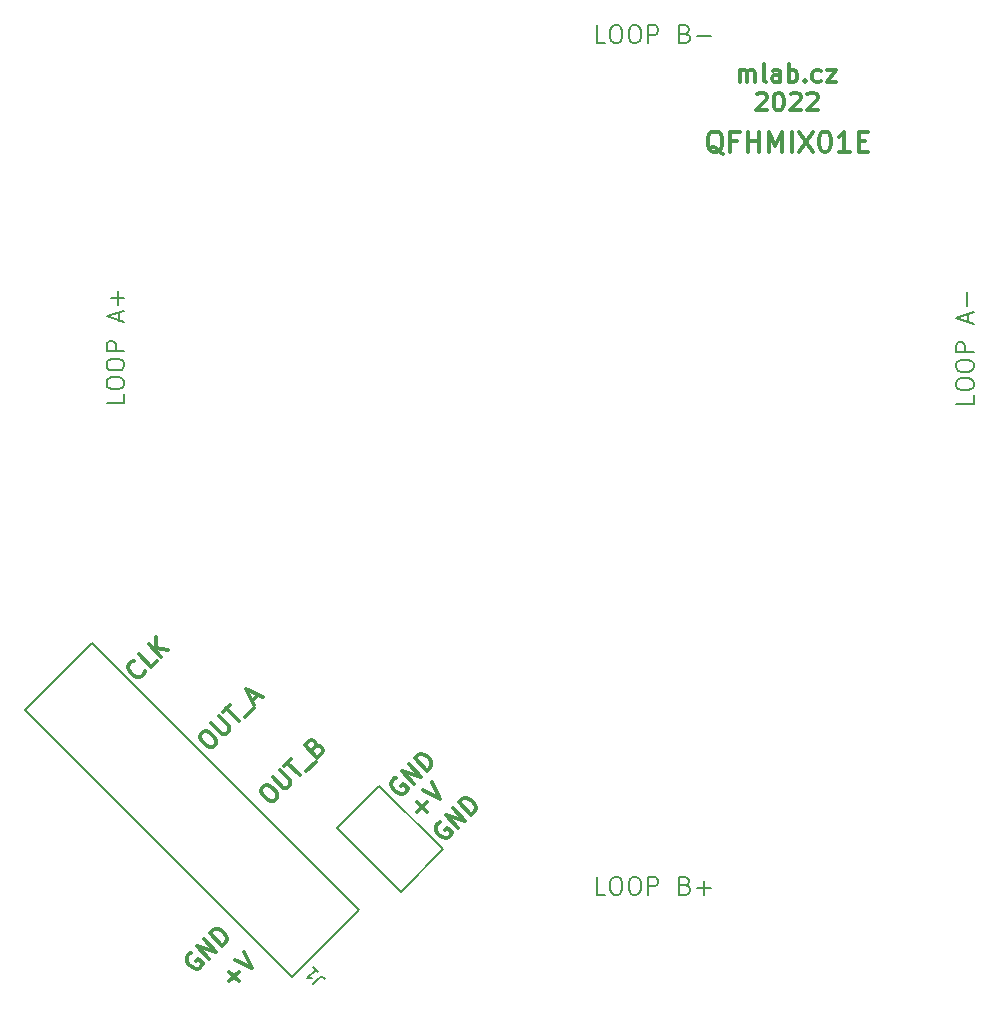
<source format=gbr>
%TF.GenerationSoftware,KiCad,Pcbnew,6.0.10+dfsg-1~bpo11+1*%
%TF.CreationDate,2023-02-14T13:36:45+00:00*%
%TF.ProjectId,QFHMIX01E,5146484d-4958-4303-9145-2e6b69636164,rev?*%
%TF.SameCoordinates,Original*%
%TF.FileFunction,Legend,Top*%
%TF.FilePolarity,Positive*%
%FSLAX46Y46*%
G04 Gerber Fmt 4.6, Leading zero omitted, Abs format (unit mm)*
G04 Created by KiCad (PCBNEW 6.0.10+dfsg-1~bpo11+1) date 2023-02-14 13:36:45*
%MOMM*%
%LPD*%
G01*
G04 APERTURE LIST*
%ADD10C,0.300000*%
%ADD11C,0.200000*%
%ADD12C,0.150000*%
G04 APERTURE END LIST*
D10*
X139602931Y-119653991D02*
X140411053Y-118845869D01*
X140411053Y-119653991D02*
X139602931Y-118845869D01*
X140108008Y-117835716D02*
X141522221Y-118542823D01*
X140815114Y-117128609D01*
X141536547Y-120521391D02*
X141385024Y-120571899D01*
X141233502Y-120723422D01*
X141132486Y-120925452D01*
X141132486Y-121127483D01*
X141182994Y-121279006D01*
X141334517Y-121531544D01*
X141486040Y-121683067D01*
X141738578Y-121834590D01*
X141890101Y-121885097D01*
X142092131Y-121885097D01*
X142294162Y-121784082D01*
X142395177Y-121683067D01*
X142496192Y-121481036D01*
X142496192Y-121380021D01*
X142142639Y-121026468D01*
X141940608Y-121228498D01*
X143051776Y-121026468D02*
X141991116Y-119965808D01*
X143657868Y-120420376D01*
X142597208Y-119359716D01*
X144162944Y-119915300D02*
X143102284Y-118854640D01*
X143354822Y-118602102D01*
X143556852Y-118501086D01*
X143758883Y-118501086D01*
X143910406Y-118551594D01*
X144162944Y-118703117D01*
X144314467Y-118854640D01*
X144465990Y-119107178D01*
X144516497Y-119258701D01*
X144516497Y-119460731D01*
X144415482Y-119662762D01*
X144162944Y-119915300D01*
X120454547Y-131595791D02*
X120303024Y-131646299D01*
X120151502Y-131797822D01*
X120050486Y-131999852D01*
X120050486Y-132201883D01*
X120100994Y-132353406D01*
X120252517Y-132605944D01*
X120404040Y-132757467D01*
X120656578Y-132908990D01*
X120808101Y-132959497D01*
X121010131Y-132959497D01*
X121212162Y-132858482D01*
X121313177Y-132757467D01*
X121414192Y-132555436D01*
X121414192Y-132454421D01*
X121060639Y-132100868D01*
X120858608Y-132302898D01*
X121969776Y-132100868D02*
X120909116Y-131040208D01*
X122575868Y-131494776D01*
X121515208Y-130434116D01*
X123080944Y-130989700D02*
X122020284Y-129929040D01*
X122272822Y-129676502D01*
X122474852Y-129575486D01*
X122676883Y-129575486D01*
X122828406Y-129625994D01*
X123080944Y-129777517D01*
X123232467Y-129929040D01*
X123383990Y-130181578D01*
X123434497Y-130333101D01*
X123434497Y-130535131D01*
X123333482Y-130737162D01*
X123080944Y-130989700D01*
X123677131Y-134030391D02*
X124485253Y-133222269D01*
X124485253Y-134030391D02*
X123677131Y-133222269D01*
X124182208Y-132212116D02*
X125596421Y-132919223D01*
X124889314Y-131505009D01*
X116497461Y-107760152D02*
X116497461Y-107861167D01*
X116396446Y-108063198D01*
X116295431Y-108164213D01*
X116093400Y-108265228D01*
X115891370Y-108265228D01*
X115739847Y-108214721D01*
X115487309Y-108063198D01*
X115335786Y-107911675D01*
X115184263Y-107659137D01*
X115133755Y-107507614D01*
X115133755Y-107305583D01*
X115234771Y-107103553D01*
X115335786Y-107002538D01*
X115537816Y-106901522D01*
X115638832Y-106901522D01*
X117558122Y-106901522D02*
X117053045Y-107406599D01*
X115992385Y-106345938D01*
X117911675Y-106547969D02*
X116851015Y-105487309D01*
X118517766Y-105941877D02*
X117457106Y-105790355D01*
X117457106Y-104881217D02*
X117457106Y-106093400D01*
X126424111Y-117664213D02*
X126626141Y-117462183D01*
X126777664Y-117411675D01*
X126979694Y-117411675D01*
X127232233Y-117563198D01*
X127585786Y-117916751D01*
X127737309Y-118169289D01*
X127737309Y-118371320D01*
X127686801Y-118522843D01*
X127484771Y-118724873D01*
X127333248Y-118775381D01*
X127131217Y-118775381D01*
X126878679Y-118623858D01*
X126525126Y-118270305D01*
X126373603Y-118017766D01*
X126373603Y-117815736D01*
X126424111Y-117664213D01*
X127333248Y-116755076D02*
X128191877Y-117613705D01*
X128343400Y-117664213D01*
X128444416Y-117664213D01*
X128595938Y-117613705D01*
X128797969Y-117411675D01*
X128848477Y-117260152D01*
X128848477Y-117159137D01*
X128797969Y-117007614D01*
X127939339Y-116148984D01*
X128292893Y-115795431D02*
X128898984Y-115189339D01*
X129656599Y-116553045D02*
X128595938Y-115492385D01*
X130161675Y-116250000D02*
X130969797Y-115441877D01*
X130919289Y-114179187D02*
X131121320Y-114078172D01*
X131222335Y-114078172D01*
X131373858Y-114128679D01*
X131525381Y-114280202D01*
X131575888Y-114431725D01*
X131575888Y-114532740D01*
X131525381Y-114684263D01*
X131121320Y-115088324D01*
X130060660Y-114027664D01*
X130414213Y-113674111D01*
X130565736Y-113623603D01*
X130666751Y-113623603D01*
X130818274Y-113674111D01*
X130919289Y-113775126D01*
X130969797Y-113926649D01*
X130969797Y-114027664D01*
X130919289Y-114179187D01*
X130565736Y-114532740D01*
X165454761Y-63930952D02*
X165292857Y-63850000D01*
X165130952Y-63688095D01*
X164888095Y-63445238D01*
X164726190Y-63364285D01*
X164564285Y-63364285D01*
X164645238Y-63769047D02*
X164483333Y-63688095D01*
X164321428Y-63526190D01*
X164240476Y-63202380D01*
X164240476Y-62635714D01*
X164321428Y-62311904D01*
X164483333Y-62150000D01*
X164645238Y-62069047D01*
X164969047Y-62069047D01*
X165130952Y-62150000D01*
X165292857Y-62311904D01*
X165373809Y-62635714D01*
X165373809Y-63202380D01*
X165292857Y-63526190D01*
X165130952Y-63688095D01*
X164969047Y-63769047D01*
X164645238Y-63769047D01*
X166669047Y-62878571D02*
X166102380Y-62878571D01*
X166102380Y-63769047D02*
X166102380Y-62069047D01*
X166911904Y-62069047D01*
X167559523Y-63769047D02*
X167559523Y-62069047D01*
X167559523Y-62878571D02*
X168530952Y-62878571D01*
X168530952Y-63769047D02*
X168530952Y-62069047D01*
X169340476Y-63769047D02*
X169340476Y-62069047D01*
X169907142Y-63283333D01*
X170473809Y-62069047D01*
X170473809Y-63769047D01*
X171283333Y-63769047D02*
X171283333Y-62069047D01*
X171930952Y-62069047D02*
X173064285Y-63769047D01*
X173064285Y-62069047D02*
X171930952Y-63769047D01*
X174035714Y-62069047D02*
X174197619Y-62069047D01*
X174359523Y-62150000D01*
X174440476Y-62230952D01*
X174521428Y-62392857D01*
X174602380Y-62716666D01*
X174602380Y-63121428D01*
X174521428Y-63445238D01*
X174440476Y-63607142D01*
X174359523Y-63688095D01*
X174197619Y-63769047D01*
X174035714Y-63769047D01*
X173873809Y-63688095D01*
X173792857Y-63607142D01*
X173711904Y-63445238D01*
X173630952Y-63121428D01*
X173630952Y-62716666D01*
X173711904Y-62392857D01*
X173792857Y-62230952D01*
X173873809Y-62150000D01*
X174035714Y-62069047D01*
X176221428Y-63769047D02*
X175250000Y-63769047D01*
X175735714Y-63769047D02*
X175735714Y-62069047D01*
X175573809Y-62311904D01*
X175411904Y-62473809D01*
X175250000Y-62554761D01*
X176950000Y-62878571D02*
X177516666Y-62878571D01*
X177759523Y-63769047D02*
X176950000Y-63769047D01*
X176950000Y-62069047D01*
X177759523Y-62069047D01*
X121249872Y-113088452D02*
X121451902Y-112886421D01*
X121603425Y-112835913D01*
X121805456Y-112835913D01*
X122057994Y-112987436D01*
X122411547Y-113340990D01*
X122563070Y-113593528D01*
X122563070Y-113795558D01*
X122512563Y-113947081D01*
X122310532Y-114149112D01*
X122159009Y-114199619D01*
X121956979Y-114199619D01*
X121704441Y-114048097D01*
X121350887Y-113694543D01*
X121199364Y-113442005D01*
X121199364Y-113239975D01*
X121249872Y-113088452D01*
X122159009Y-112179314D02*
X123017639Y-113037944D01*
X123169162Y-113088452D01*
X123270177Y-113088452D01*
X123421700Y-113037944D01*
X123623730Y-112835913D01*
X123674238Y-112684391D01*
X123674238Y-112583375D01*
X123623730Y-112431852D01*
X122765101Y-111573223D01*
X123118654Y-111219669D02*
X123724746Y-110613578D01*
X124482360Y-111977284D02*
X123421700Y-110916624D01*
X124987436Y-111674238D02*
X125795558Y-110866116D01*
X125593528Y-110260024D02*
X126098604Y-109754948D01*
X125795558Y-110664086D02*
X125088452Y-109249872D01*
X126502665Y-109956979D01*
D11*
X186678571Y-84400000D02*
X186678571Y-85114285D01*
X185178571Y-85114285D01*
X185178571Y-83614285D02*
X185178571Y-83328571D01*
X185250000Y-83185714D01*
X185392857Y-83042857D01*
X185678571Y-82971428D01*
X186178571Y-82971428D01*
X186464285Y-83042857D01*
X186607142Y-83185714D01*
X186678571Y-83328571D01*
X186678571Y-83614285D01*
X186607142Y-83757142D01*
X186464285Y-83900000D01*
X186178571Y-83971428D01*
X185678571Y-83971428D01*
X185392857Y-83900000D01*
X185250000Y-83757142D01*
X185178571Y-83614285D01*
X185178571Y-82042857D02*
X185178571Y-81757142D01*
X185250000Y-81614285D01*
X185392857Y-81471428D01*
X185678571Y-81400000D01*
X186178571Y-81400000D01*
X186464285Y-81471428D01*
X186607142Y-81614285D01*
X186678571Y-81757142D01*
X186678571Y-82042857D01*
X186607142Y-82185714D01*
X186464285Y-82328571D01*
X186178571Y-82400000D01*
X185678571Y-82400000D01*
X185392857Y-82328571D01*
X185250000Y-82185714D01*
X185178571Y-82042857D01*
X186678571Y-80757142D02*
X185178571Y-80757142D01*
X185178571Y-80185714D01*
X185250000Y-80042857D01*
X185321428Y-79971428D01*
X185464285Y-79900000D01*
X185678571Y-79900000D01*
X185821428Y-79971428D01*
X185892857Y-80042857D01*
X185964285Y-80185714D01*
X185964285Y-80757142D01*
X186250000Y-78185714D02*
X186250000Y-77471428D01*
X186678571Y-78328571D02*
X185178571Y-77828571D01*
X186678571Y-77328571D01*
X186107142Y-76828571D02*
X186107142Y-75685714D01*
X155492857Y-126678571D02*
X154778571Y-126678571D01*
X154778571Y-125178571D01*
X156278571Y-125178571D02*
X156564285Y-125178571D01*
X156707142Y-125250000D01*
X156850000Y-125392857D01*
X156921428Y-125678571D01*
X156921428Y-126178571D01*
X156850000Y-126464285D01*
X156707142Y-126607142D01*
X156564285Y-126678571D01*
X156278571Y-126678571D01*
X156135714Y-126607142D01*
X155992857Y-126464285D01*
X155921428Y-126178571D01*
X155921428Y-125678571D01*
X155992857Y-125392857D01*
X156135714Y-125250000D01*
X156278571Y-125178571D01*
X157850000Y-125178571D02*
X158135714Y-125178571D01*
X158278571Y-125250000D01*
X158421428Y-125392857D01*
X158492857Y-125678571D01*
X158492857Y-126178571D01*
X158421428Y-126464285D01*
X158278571Y-126607142D01*
X158135714Y-126678571D01*
X157850000Y-126678571D01*
X157707142Y-126607142D01*
X157564285Y-126464285D01*
X157492857Y-126178571D01*
X157492857Y-125678571D01*
X157564285Y-125392857D01*
X157707142Y-125250000D01*
X157850000Y-125178571D01*
X159135714Y-126678571D02*
X159135714Y-125178571D01*
X159707142Y-125178571D01*
X159850000Y-125250000D01*
X159921428Y-125321428D01*
X159992857Y-125464285D01*
X159992857Y-125678571D01*
X159921428Y-125821428D01*
X159850000Y-125892857D01*
X159707142Y-125964285D01*
X159135714Y-125964285D01*
X162278571Y-125892857D02*
X162492857Y-125964285D01*
X162564285Y-126035714D01*
X162635714Y-126178571D01*
X162635714Y-126392857D01*
X162564285Y-126535714D01*
X162492857Y-126607142D01*
X162350000Y-126678571D01*
X161778571Y-126678571D01*
X161778571Y-125178571D01*
X162278571Y-125178571D01*
X162421428Y-125250000D01*
X162492857Y-125321428D01*
X162564285Y-125464285D01*
X162564285Y-125607142D01*
X162492857Y-125750000D01*
X162421428Y-125821428D01*
X162278571Y-125892857D01*
X161778571Y-125892857D01*
X163278571Y-126107142D02*
X164421428Y-126107142D01*
X163850000Y-126678571D02*
X163850000Y-125535714D01*
X155492857Y-54578571D02*
X154778571Y-54578571D01*
X154778571Y-53078571D01*
X156278571Y-53078571D02*
X156564285Y-53078571D01*
X156707142Y-53150000D01*
X156850000Y-53292857D01*
X156921428Y-53578571D01*
X156921428Y-54078571D01*
X156850000Y-54364285D01*
X156707142Y-54507142D01*
X156564285Y-54578571D01*
X156278571Y-54578571D01*
X156135714Y-54507142D01*
X155992857Y-54364285D01*
X155921428Y-54078571D01*
X155921428Y-53578571D01*
X155992857Y-53292857D01*
X156135714Y-53150000D01*
X156278571Y-53078571D01*
X157850000Y-53078571D02*
X158135714Y-53078571D01*
X158278571Y-53150000D01*
X158421428Y-53292857D01*
X158492857Y-53578571D01*
X158492857Y-54078571D01*
X158421428Y-54364285D01*
X158278571Y-54507142D01*
X158135714Y-54578571D01*
X157850000Y-54578571D01*
X157707142Y-54507142D01*
X157564285Y-54364285D01*
X157492857Y-54078571D01*
X157492857Y-53578571D01*
X157564285Y-53292857D01*
X157707142Y-53150000D01*
X157850000Y-53078571D01*
X159135714Y-54578571D02*
X159135714Y-53078571D01*
X159707142Y-53078571D01*
X159850000Y-53150000D01*
X159921428Y-53221428D01*
X159992857Y-53364285D01*
X159992857Y-53578571D01*
X159921428Y-53721428D01*
X159850000Y-53792857D01*
X159707142Y-53864285D01*
X159135714Y-53864285D01*
X162278571Y-53792857D02*
X162492857Y-53864285D01*
X162564285Y-53935714D01*
X162635714Y-54078571D01*
X162635714Y-54292857D01*
X162564285Y-54435714D01*
X162492857Y-54507142D01*
X162350000Y-54578571D01*
X161778571Y-54578571D01*
X161778571Y-53078571D01*
X162278571Y-53078571D01*
X162421428Y-53150000D01*
X162492857Y-53221428D01*
X162564285Y-53364285D01*
X162564285Y-53507142D01*
X162492857Y-53650000D01*
X162421428Y-53721428D01*
X162278571Y-53792857D01*
X161778571Y-53792857D01*
X163278571Y-54007142D02*
X164421428Y-54007142D01*
X114778571Y-84300000D02*
X114778571Y-85014285D01*
X113278571Y-85014285D01*
X113278571Y-83514285D02*
X113278571Y-83228571D01*
X113350000Y-83085714D01*
X113492857Y-82942857D01*
X113778571Y-82871428D01*
X114278571Y-82871428D01*
X114564285Y-82942857D01*
X114707142Y-83085714D01*
X114778571Y-83228571D01*
X114778571Y-83514285D01*
X114707142Y-83657142D01*
X114564285Y-83800000D01*
X114278571Y-83871428D01*
X113778571Y-83871428D01*
X113492857Y-83800000D01*
X113350000Y-83657142D01*
X113278571Y-83514285D01*
X113278571Y-81942857D02*
X113278571Y-81657142D01*
X113350000Y-81514285D01*
X113492857Y-81371428D01*
X113778571Y-81300000D01*
X114278571Y-81300000D01*
X114564285Y-81371428D01*
X114707142Y-81514285D01*
X114778571Y-81657142D01*
X114778571Y-81942857D01*
X114707142Y-82085714D01*
X114564285Y-82228571D01*
X114278571Y-82300000D01*
X113778571Y-82300000D01*
X113492857Y-82228571D01*
X113350000Y-82085714D01*
X113278571Y-81942857D01*
X114778571Y-80657142D02*
X113278571Y-80657142D01*
X113278571Y-80085714D01*
X113350000Y-79942857D01*
X113421428Y-79871428D01*
X113564285Y-79800000D01*
X113778571Y-79800000D01*
X113921428Y-79871428D01*
X113992857Y-79942857D01*
X114064285Y-80085714D01*
X114064285Y-80657142D01*
X114350000Y-78085714D02*
X114350000Y-77371428D01*
X114778571Y-78228571D02*
X113278571Y-77728571D01*
X114778571Y-77228571D01*
X114207142Y-76728571D02*
X114207142Y-75585714D01*
X114778571Y-76157142D02*
X113635714Y-76157142D01*
D10*
X166900000Y-57871071D02*
X166900000Y-56871071D01*
X166900000Y-57013928D02*
X166971428Y-56942500D01*
X167114285Y-56871071D01*
X167328571Y-56871071D01*
X167471428Y-56942500D01*
X167542857Y-57085357D01*
X167542857Y-57871071D01*
X167542857Y-57085357D02*
X167614285Y-56942500D01*
X167757142Y-56871071D01*
X167971428Y-56871071D01*
X168114285Y-56942500D01*
X168185714Y-57085357D01*
X168185714Y-57871071D01*
X169114285Y-57871071D02*
X168971428Y-57799642D01*
X168900000Y-57656785D01*
X168900000Y-56371071D01*
X170328571Y-57871071D02*
X170328571Y-57085357D01*
X170257142Y-56942500D01*
X170114285Y-56871071D01*
X169828571Y-56871071D01*
X169685714Y-56942500D01*
X170328571Y-57799642D02*
X170185714Y-57871071D01*
X169828571Y-57871071D01*
X169685714Y-57799642D01*
X169614285Y-57656785D01*
X169614285Y-57513928D01*
X169685714Y-57371071D01*
X169828571Y-57299642D01*
X170185714Y-57299642D01*
X170328571Y-57228214D01*
X171042857Y-57871071D02*
X171042857Y-56371071D01*
X171042857Y-56942500D02*
X171185714Y-56871071D01*
X171471428Y-56871071D01*
X171614285Y-56942500D01*
X171685714Y-57013928D01*
X171757142Y-57156785D01*
X171757142Y-57585357D01*
X171685714Y-57728214D01*
X171614285Y-57799642D01*
X171471428Y-57871071D01*
X171185714Y-57871071D01*
X171042857Y-57799642D01*
X172400000Y-57728214D02*
X172471428Y-57799642D01*
X172400000Y-57871071D01*
X172328571Y-57799642D01*
X172400000Y-57728214D01*
X172400000Y-57871071D01*
X173757142Y-57799642D02*
X173614285Y-57871071D01*
X173328571Y-57871071D01*
X173185714Y-57799642D01*
X173114285Y-57728214D01*
X173042857Y-57585357D01*
X173042857Y-57156785D01*
X173114285Y-57013928D01*
X173185714Y-56942500D01*
X173328571Y-56871071D01*
X173614285Y-56871071D01*
X173757142Y-56942500D01*
X174257142Y-56871071D02*
X175042857Y-56871071D01*
X174257142Y-57871071D01*
X175042857Y-57871071D01*
X168328571Y-58928928D02*
X168400000Y-58857500D01*
X168542857Y-58786071D01*
X168900000Y-58786071D01*
X169042857Y-58857500D01*
X169114285Y-58928928D01*
X169185714Y-59071785D01*
X169185714Y-59214642D01*
X169114285Y-59428928D01*
X168257142Y-60286071D01*
X169185714Y-60286071D01*
X170114285Y-58786071D02*
X170257142Y-58786071D01*
X170400000Y-58857500D01*
X170471428Y-58928928D01*
X170542857Y-59071785D01*
X170614285Y-59357500D01*
X170614285Y-59714642D01*
X170542857Y-60000357D01*
X170471428Y-60143214D01*
X170400000Y-60214642D01*
X170257142Y-60286071D01*
X170114285Y-60286071D01*
X169971428Y-60214642D01*
X169900000Y-60143214D01*
X169828571Y-60000357D01*
X169757142Y-59714642D01*
X169757142Y-59357500D01*
X169828571Y-59071785D01*
X169900000Y-58928928D01*
X169971428Y-58857500D01*
X170114285Y-58786071D01*
X171185714Y-58928928D02*
X171257142Y-58857500D01*
X171400000Y-58786071D01*
X171757142Y-58786071D01*
X171900000Y-58857500D01*
X171971428Y-58928928D01*
X172042857Y-59071785D01*
X172042857Y-59214642D01*
X171971428Y-59428928D01*
X171114285Y-60286071D01*
X172042857Y-60286071D01*
X172614285Y-58928928D02*
X172685714Y-58857500D01*
X172828571Y-58786071D01*
X173185714Y-58786071D01*
X173328571Y-58857500D01*
X173400000Y-58928928D01*
X173471428Y-59071785D01*
X173471428Y-59214642D01*
X173400000Y-59428928D01*
X172542857Y-60286071D01*
X173471428Y-60286071D01*
X137802747Y-116787591D02*
X137651224Y-116838099D01*
X137499702Y-116989622D01*
X137398686Y-117191652D01*
X137398686Y-117393683D01*
X137449194Y-117545206D01*
X137600717Y-117797744D01*
X137752240Y-117949267D01*
X138004778Y-118100790D01*
X138156301Y-118151297D01*
X138358331Y-118151297D01*
X138560362Y-118050282D01*
X138661377Y-117949267D01*
X138762392Y-117747236D01*
X138762392Y-117646221D01*
X138408839Y-117292668D01*
X138206808Y-117494698D01*
X139317976Y-117292668D02*
X138257316Y-116232008D01*
X139924068Y-116686576D01*
X138863408Y-115625916D01*
X140429144Y-116181500D02*
X139368484Y-115120840D01*
X139621022Y-114868302D01*
X139823052Y-114767286D01*
X140025083Y-114767286D01*
X140176606Y-114817794D01*
X140429144Y-114969317D01*
X140580667Y-115120840D01*
X140732190Y-115373378D01*
X140782697Y-115524901D01*
X140782697Y-115726931D01*
X140681682Y-115928962D01*
X140429144Y-116181500D01*
D12*
%TO.C,J1*%
X130783567Y-134252216D02*
X131288643Y-133747140D01*
X131423330Y-133679796D01*
X131558017Y-133679796D01*
X131692704Y-133747140D01*
X131760047Y-133814483D01*
X130783567Y-132838002D02*
X131187628Y-133242063D01*
X130985597Y-133040033D02*
X130278490Y-133747140D01*
X130446849Y-133713468D01*
X130581536Y-133713468D01*
X130682551Y-133747140D01*
X112028861Y-105343722D02*
X134656278Y-127971139D01*
X128971139Y-133656278D02*
X106343722Y-111028861D01*
X134656278Y-127971139D02*
X128971139Y-133656278D01*
X112028861Y-105343722D02*
X106343722Y-111028861D01*
%TO.C,J2*%
X141768102Y-122827052D02*
X138176000Y-126419154D01*
X136379948Y-117438898D02*
X141768102Y-122827052D01*
X132787846Y-121031000D02*
X136379948Y-117438898D01*
X138176000Y-126419154D02*
X132787846Y-121031000D01*
%TD*%
M02*

</source>
